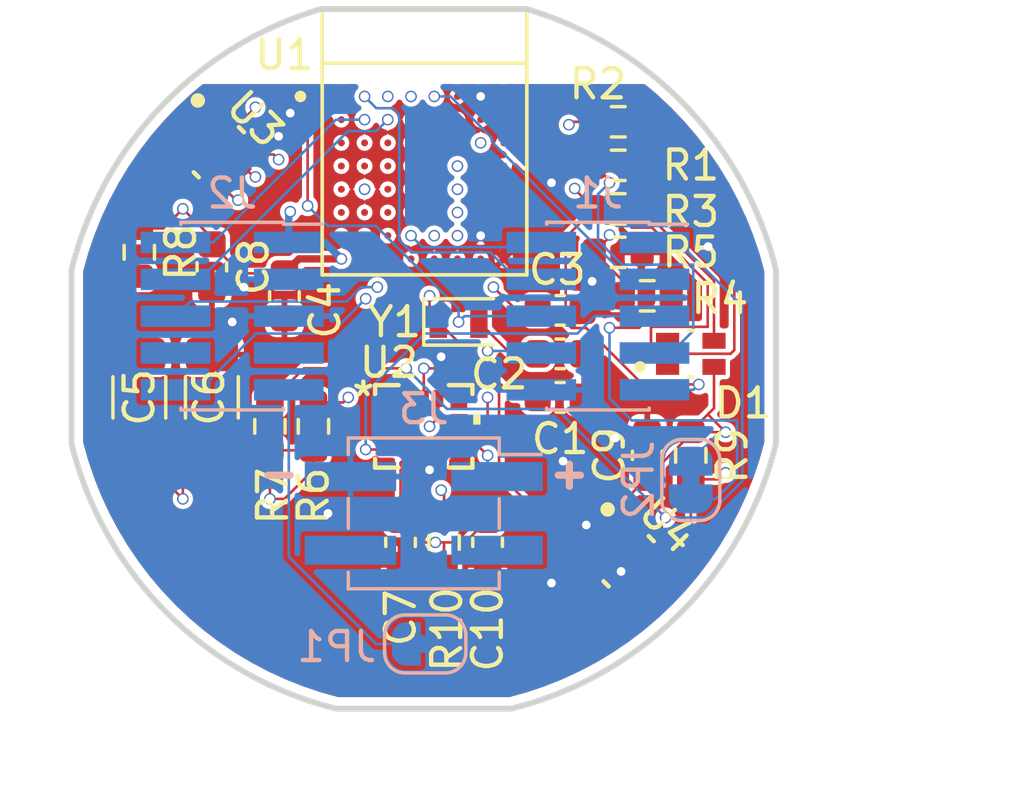
<source format=kicad_pcb>
(kicad_pcb (version 20240108) (generator "pcbnew") (generator_version "8.0")
  (title_block (rev "1"))
  (layers (0 "F.Cu" signal "Front") (1 "In1.Cu" signal) (2 "In2.Cu" signal) (3 "In3.Cu" signal) (4 "In4.Cu" signal) (31 "B.Cu" signal "Back") (34 "B.Paste" user) (35 "F.Paste" user) (36 "B.SilkS" user "B.Silkscreen") (37 "F.SilkS" user "F.Silkscreen") (38 "B.Mask" user) (39 "F.Mask" user) (44 "Edge.Cuts" user))
  (net 0 "")
  (net 1 "GND")
  (net 2 "+3.3V")
  (net 3 "Net-(U1-P0.00{slash}XL1)")
  (net 4 "Net-(U1-P0.01{slash}XL2)")
  (net 5 "RESET")
  (net 6 "SWDCLK")
  (net 7 "SWO")
  (net 8 "SWDIO")
  (net 9 "Net-(J2-Pin_9)")
  (net 12 "Net-(JP2-A)")
  (net 13 "OPT4001_INT1")
  (net 14 "SCL")
  (net 15 "SDA")
  (net 16 "Net-(U2-CS)")
  (net 17 "OPT4001_INT2")
  (net 18 "BATT_MEASURE")
  (net 19 "IMU_INT2")
  (net 21 "IMU_INT1")
  (net 65 "Net-(D1-BK)")
  (net 66 "Net-(D1-GK)")
  (net 67 "Net-(D1-RK)")
  (net 68 "STATUS_LED_R")
  (net 69 "STATUS_LED_G")
  (net 70 "STATUS_LED_B")
  (footprint "Resistor_SMD:R_0603_1608Metric" (layer "F.Cu") (at 53 43 90)
    (property "Reference" "R6")
    (property "Value" "10k")
  )
  (footprint "anichno:OPT4001" (layer "F.Cu") (at 49.739999 33.550001 -45)
    (property "Reference" "U3")
    (property "Value" "OPT4001DTSR")
  )
  (footprint "anichno:LSM6DSOXTR" (layer "F.Cu") (at 56.8 43)
    (property "Reference" "U2")
    (property "Value" "LSM6DSOXTR")
  )
  (footprint "Resistor_SMD:R_0603_1608Metric" (layer "F.Cu") (at 63.5 35.5)
    (property "Reference" "R3")
    (property "Value" "1k")
  )
  (footprint "Resistor_SMD:R_0603_1608Metric" (layer "F.Cu") (at 64.5 38.5 180)
    (property "Reference" "R4")
    (property "Value" "800k")
  )
  (footprint "Capacitor_SMD:C_0603_1608Metric" (layer "F.Cu") (at 49.5 37.5 -90)
    (property "Reference" "C8")
    (property "Value" "0.1uF")
  )
  (footprint "Capacitor_SMD:C_0603_1608Metric" (layer "F.Cu") (at 56 47 -90)
    (property "Reference" "C7")
    (property "Value" "0.1uF")
  )
  (footprint "Capacitor_SMD:C_0603_1608Metric" (layer "F.Cu") (at 61.5 40.5 180)
    (property "Reference" "C2")
    (property "Value" "12pF")
  )
  (footprint "Capacitor_SMD:C_0603_1608Metric" (layer "F.Cu") (at 64.5 44 90)
    (property "Reference" "C9")
    (property "Value" "0.1uF")
  )
  (footprint "anichno:MODULE_BC840" (layer "F.Cu") (at 56.826166 33.175861)
    (property "Reference" "U1")
    (property "Value" "BC840")
  )
  (footprint "Resistor_SMD:R_0603_1608Metric" (layer "F.Cu") (at 63.5 34)
    (property "Reference" "R1")
    (property "Value" "1k")
  )
  (footprint "Resistor_SMD:R_0603_1608Metric" (layer "F.Cu") (at 47 37 -90)
    (property "Reference" "R8")
    (property "Value" "10k")
  )
  (footprint "Resistor_SMD:R_0603_1608Metric" (layer "F.Cu") (at 66 44 -90)
    (property "Reference" "R9")
    (property "Value" "10k")
  )
  (footprint "anichno:OPT4001" (layer "F.Cu") (at 63.860001 47.649999 -45)
    (property "Reference" "U4")
    (property "Value" "OPT4001DTSR")
  )
  (footprint "Resistor_SMD:R_0603_1608Metric" (layer "F.Cu") (at 57.5 47 90)
    (property "Reference" "R10")
    (property "Value" "10k")
  )
  (footprint "anichno:LED_19-237_R6GHBHC-A01_2T" (layer "F.Cu") (at 66 40.5)
    (property "Reference" "D1")
    (property "Value" "Status LED")
  )
  (footprint "Crystal:Crystal_SMD_2012-2Pin_2.0x1.2mm" (layer "F.Cu") (at 58 39.4)
    (property "Reference" "Y1")
    (property "Value" "32.768KHz")
  )
  (footprint "Capacitor_SMD:C_0603_1608Metric" (layer "F.Cu") (at 61.5 42 180)
    (property "Reference" "C1")
    (property "Value" "12pF")
  )
  (footprint "Capacitor_SMD:C_1206_3216Metric" (layer "F.Cu") (at 49.5 42 90)
    (property "Reference" "C6")
    (property "Value" "100 uF")
  )
  (footprint "Capacitor_SMD:C_1206_3216Metric" (layer "F.Cu") (at 47 42 90)
    (property "Reference" "C5")
    (property "Value" "100 uF")
  )
  (footprint "Resistor_SMD:R_0603_1608Metric" (layer "F.Cu") (at 51.5 43 90)
    (property "Reference" "R7")
    (property "Value" "10k")
  )
  (footprint "Resistor_SMD:R_0603_1608Metric" (layer "F.Cu") (at 63.5 37)
    (property "Reference" "R5")
    (property "Value" "800k")
  )
  (footprint "Resistor_SMD:R_0603_1608Metric" (layer "F.Cu") (at 63.5 32.5)
    (property "Reference" "R2")
    (property "Value" "1k")
  )
  (footprint "Capacitor_SMD:C_0603_1608Metric" (layer "F.Cu") (at 52 38.5 -90)
    (property "Reference" "C4")
    (property "Value" "4.7uF")
  )
  (footprint "Capacitor_SMD:C_0603_1608Metric" (layer "F.Cu") (at 59 47 -90)
    (property "Reference" "C10")
    (property "Value" "0.1uF")
  )
  (footprint "Capacitor_SMD:C_0603_1608Metric" (layer "F.Cu") (at 61.5 39)
    (property "Reference" "C3")
    (property "Value" "4.7uF")
  )
  (footprint "Connector_PinHeader_1.27mm:PinHeader_2x05_P1.27mm_Vertical_SMD" (layer "B.Cu") (at 62.8 39.2 180)
    (property "Reference" "J1")
    (property "Value" "Micro Bypass Header")
  )
  (footprint "Jumper:SolderJumper-2_P1.3mm_Bridged_RoundedPad1.0x1.5mm" (layer "B.Cu") (at 66 44.85 90)
    (property "Reference" "JP2")
    (property "Value" "DISABLE_BATT_MEASURE")
  )
  (footprint "Connector_PinHeader_2.54mm:PinHeader_2x02_P2.54mm_Vertical_SMD" (layer "B.Cu") (at 56.8 46 180)
    (property "Reference" "J3")
    (property "Value" "Ext Pwr")
  )
  (footprint "Connector_PinHeader_1.27mm:PinHeader_2x05_P1.27mm_Vertical_SMD" (layer "B.Cu") (at 50.2 39.2 180)
    (property "Reference" "J2")
    (property "Value" "Debug Header")
  )
  (footprint "Jumper:SolderJumper-2_P1.3mm_Bridged_RoundedPad1.0x1.5mm" (layer "B.Cu") (at 56.85 50.5 180)
    (property "Reference" "JP1")
    (property "Value" "GND_DETECT")
  )
  (gr_line (start 53.250005 28.614691) (end 60.350001 28.614691) (stroke (width 0.2)) (layer "Edge.Cuts"))
  (gr_arc (start 44.665344 37.599999) (mid 47.761969 31.964956) (end 53.250005 28.614693) (stroke (width 0.2)) (layer "Edge.Cuts"))
  (gr_arc (start 60.350001 28.614691) (mid 65.838039 31.964953) (end 68.934666 37.599998) (stroke (width 0.2)) (layer "Edge.Cuts"))
  (gr_line (start 44.665344 37.599999) (end 44.665344 43.599992) (stroke (width 0.2)) (layer "Edge.Cuts"))
  (gr_arc (start 53.800007 52.734656) (mid 47.96117 49.43883) (end 44.665344 43.599992) (stroke (width 0.2)) (layer "Edge.Cuts"))
  (gr_line (start 53.800007 52.734656) (end 59.800002 52.734656) (stroke (width 0.2)) (layer "Edge.Cuts"))
  (gr_arc (start 68.934666 43.599993) (mid 65.638839 49.43883) (end 59.800002 52.734656) (stroke (width 0.2)) (layer "Edge.Cuts"))
  (gr_line (start 68.934666 43.599993) (end 68.934666 37.599998) (stroke (width 0.2)) (layer "Edge.Cuts"))
  (gr_text "-" (at 52.6 45.2 0) (layer "B.SilkS") (effects (font (size 1 1) (thickness 0.25) (bold yes)) (justify left bottom mirror)))
  (gr_text "+" (at 62.6 45.2 0) (layer "B.SilkS") (effects (font (size 1 1) (thickness 0.25) (bold yes)) (justify left bottom mirror)))
  (segment (start 64.21 37.115) (end 64.21 38.919304) (width 0.09) (layer "F.Cu") (net 1))
  (segment (start 64.21 38.919304) (end 64.019304 39.11) (width 0.09) (layer "F.Cu") (net 1))
  (segment (start 63.6 47.036445) (end 63.6 48) (width 0.09) (layer "F.Cu") (net 1))
  (segment (start 62.721558 47.572217) (end 63.149341 48) (width 0.09) (layer "F.Cu") (net 1))
  (segment (start 62.4 47.250659) (end 62.4 46.4) (width 0.09) (layer "F.Cu") (net 1))
  (segment (start 62.275 38.325) (end 62.6 38) (width 0.09) (layer "F.Cu") (net 1))
  (segment (start 58.761166 36.425861) (end 59.561166 36.425861) (width 0.254) (layer "F.Cu") (net 1))
  (segment (start 62.385 39.11) (end 62.275 39) (width 0.09) (layer "F.Cu") (net 1))
  (segment (start 49.743551 33.2) (end 50 33.2) (width 0.09) (layer "F.Cu") (net 1))
  (segment (start 55.96799 43.25) (end 56.214 43.49601) (width 0.09) (layer "F.Cu") (net 1))
  (segment (start 59.561166 34.825861) (end 60.974139 34.825861) (width 0.254) (layer "F.Cu") (net 1))
  (segment (start 64.325 37) (end 64.21 37.115) (width 0.09) (layer "F.Cu") (net 1))
  (segment (start 62.721558 47.572217) (end 62.4 47.250659) (width 0.09) (layer "F.Cu") (net 1))
  (segment (start 59.561166 35.625861) (end 59.561166 36.425861) (width 0.254) (layer "F.Cu") (net 1))
  (segment (start 63.428665 46.86511) (end 63.6 47.036445) (width 0.09) (layer "F.Cu") (net 1))
  (segment (start 58.761166 36.425861) (end 58.761166 35.625861) (width 0.254) (layer "F.Cu") (net 1))
  (segment (start 64.019304 39.11) (end 62.385 39.11) (width 0.09) (layer "F.Cu") (net 1))
  (segment (start 62.275 39) (end 62.275 38.325) (width 0.09) (layer "F.Cu") (net 1))
  (segment (start 48.743551 32.2) (end 48.6 32.2) (width 0.09) (layer "F.Cu") (net 1))
  (segment (start 56.8 43.57801) (end 56.8 43.9563) (width 0.09) (layer "F.Cu") (net 1))
  (segment (start 59.561166 35.625861) (end 59.561166 34.825861) (width 0.254) (layer "F.Cu") (net 1))
  (segment (start 56.8 44.3) (end 57 44.5) (width 0.09) (layer "F.Cu") (net 1))
  (segment (start 62.963555 46.4) (end 62.4 46.4) (width 0.09) (layer "F.Cu") (net 1))
  (segment (start 56.718 43.49601) (end 56.8 43.57801) (width 0.09) (layer "F.Cu") (net 1))
  (segment (start 60.974139 34.825861) (end 61.2 34.6) (width 0.254) (layer "F.Cu") (net 1))
  (segment (start 59.561166 36.425861) (end 59.561166 37.225861) (width 0.254) (layer "F.Cu") (net 1))
  (segment (start 56.214 43.49601) (end 56.718 43.49601) (width 0.09) (layer "F.Cu") (net 1))
  (segment (start 58.761166 34.825861) (end 59.561166 34.825861) (width 0.254) (layer "F.Cu") (net 1))
  (segment (start 63.428665 46.86511) (end 62.963555 46.4) (width 0.09) (layer "F.Cu") (net 1))
  (segment (start 49.308663 32.765112) (end 49.743551 33.2) (width 0.09) (layer "F.Cu") (net 1))
  (segment (start 56.8 43.9563) (end 56.8 44.3) (width 0.09) (layer "F.Cu") (net 1))
  (segment (start 57.299999 44.200001) (end 57 44.5) (width 0.09) (layer "F.Cu") (net 1))
  (segment (start 63.149341 48) (end 63.6 48) (width 0.09) (layer "F.Cu") (net 1))
  (segment (start 57.299999 43.9563) (end 57.299999 44.200001) (width 0.09) (layer "F.Cu") (net 1))
  (segment (start 59.561166 35.625861) (end 58.761166 35.625861) (width 0.254) (layer "F.Cu") (net 1))
  (segment (start 58.761166 34.825861) (end 58.761166 35.625861) (width 0.254) (layer "F.Cu") (net 1))
  (segment (start 62.275 40.5) (end 62.275 42) (width 0.09) (layer "F.Cu") (net 1))
  (segment (start 55.5897 43.25) (end 55.96799 43.25) (width 0.09) (layer "F.Cu") (net 1))
  (segment (start 48.743551 32.2) (end 49.308663 32.765112) (width 0.09) (layer "F.Cu") (net 1))
  (via (at 50.6 38.2) (size 0.4) (drill 0.3) (layers "F.Cu" "B.Cu") (net 1))
  (via (at 57.4 40.6) (size 0.4) (drill 0.3) (layers "F.Cu" "B.Cu") (net 1))
  (via (at 63.4 43.4) (size 0.4) (drill 0.3) (layers "F.Cu" "B.Cu") (net 1))
  (via (at 51.8 33) (size 0.4) (drill 0.3) (layers "F.Cu" "B.Cu") (net 1))
  (via (at 63.6 48) (size 0.4) (drill 0.3) (layers "F.Cu" "B.Cu") (net 1))
  (via (at 52.2 32.2) (size 0.4) (drill 0.3) (layers "F.Cu" "B.Cu") (net 1))
  (via (at 62.6 38) (size 0.4) (drill 0.3) (layers "F.Cu" "B.Cu") (net 1))
  (via (at 50.2 39.4) (size 0.4) (drill 0.3) (layers "F.Cu" "B.Cu") (net 1))
  (via (at 61.6 44.2) (size 0.4) (drill 0.3) (layers "F.Cu" "B.Cu") (net 1))
  (via (at 58.761166 31.625861) (size 0.4) (drill 0.3) (layers "F.Cu" "B.Cu") (net 1))
  (via (at 58.761166 36.425861) (size 0.4) (drill 0.3) (layers "F.Cu" "B.Cu") (net 1))
  (via (at 61.2 48.4) (size 0.4) (drill 0.3) (layers "F.Cu" "B.Cu") (net 1))
  (via (at 66.6 36.8) (size 0.4) (drill 0.3) (layers "F.Cu" "B.Cu") (net 1))
  (via (at 62.4 46.4) (size 0.4) (drill 0.3) (layers "F.Cu" "B.Cu") (net 1))
  (via (at 57 44.5) (size 0.4) (drill 0.3) (layers "F.Cu" "B.Cu") (net 1))
  (via (at 61.2 34.6) (size 0.4) (drill 0.3) (layers "F.Cu" "B.Cu") (net 1))
  (via (at 53.5 46) (size 0.4) (drill 0.3) (layers "F.Cu" "B.Cu") (net 1))
  (segment (start 66.8 42.375) (end 66.5875 42.5875) (width 0.09) (layer "F.Cu") (net 2))
  (segment (start 47.55 36.725) (end 47 36.175) (width 0.09) (layer "F.Cu") (net 2))
  (segment (start 56 44.256301) (end 56.300001 43.9563) (width 0.09) (layer "F.Cu") (net 2))
  (segment (start 58.0103 43.750001) (end 58.750001 43.750001) (width 0.09) (layer "F.Cu") (net 2))
  (segment (start 48 45) (end 47.5 45) (width 0.09) (layer "F.Cu") (net 2))
  (segment (start 66.8 40.95) (end 66.8 42.375) (width 0.09) (layer "F.Cu") (net 2))
  (segment (start 47 36.175) (end 47.825 36.175) (width 0.09) (layer "F.Cu") (net 2))
  (segment (start 47 43.475) (end 49.5 43.475) (width 0.09) (layer "F.Cu") (net 2))
  (segment (start 48.5 45.5) (end 48 45) (width 0.09) (layer "F.Cu") (net 2))
  (segment (start 63.782219 46.511556) (end 63.782219 45.492781) (width 0.09) (layer "F.Cu") (net 2))
  (segment (start 49.662217 32.411558) (end 50.588442 32.411558) (width 0.09) (layer "F.Cu") (net 2))
  (segment (start 47.5 45) (end 47 44.5) (width 0.09) (layer "F.Cu") (net 2))
  (segment (start 60.725 39) (end 60 39) (width 0.09) (layer "F.Cu") (net 2))
  (segment (start 63.782219 45.492781) (end 64.5 44.775) (width 0.09) (layer "F.Cu") (net 2))
  (segment (start 56 46.225) (end 56.775 47) (width 0.09) (layer "F.Cu") (net 2))
  (segment (start 64.5 44.775) (end 66.075 43.2) (width 0.09) (layer "F.Cu") (net 2))
  (segment (start 49.5 43.475) (end 51.15 43.475) (width 0.09) (layer "F.Cu") (net 2))
  (segment (start 58.750001 43.750001) (end 59 44) (width 0.09) (layer "F.Cu") (net 2))
  (segment (start 52 45.5) (end 53 44.5) (width 0.09) (layer "F.Cu") (net 2))
  (segment (start 57.5 47.825) (end 57.5 47) (width 0.09) (layer "F.Cu") (net 2))
  (segment (start 58.225 47) (end 59 46.225) (width 0.09) (layer "F.Cu") (net 2))
  (segment (start 47 44.5) (end 47 43.475) (width 0.09) (layer "F.Cu") (net 2))
  (segment (start 67.2 43.2) (end 66.5875 42.5875) (width 0.09) (layer "F.Cu") (net 2))
  (segment (start 51.15 43.475) (end 51.5 43.825) (width 0.09) (layer "F.Cu") (net 2))
  (segment (start 49.5 36.725) (end 47.55 36.725) (width 0.09) (layer "F.Cu") (net 2))
  (segment (start 50.588442 32.411558) (end 51 32) (width 0.09) (layer "F.Cu") (net 2))
  (segment (start 56.775 47) (end 57.5 47) (width 0.09) (layer "F.Cu") (net 2))
  (segment (start 53 44.5) (end 53 43.825) (width 0.09) (layer "F.Cu") (net 2))
  (segment (start 60 39) (end 59.2 38.2) (width 0.09) (layer "F.Cu") (net 2))
  (segment (start 51.5 45.5) (end 52 45.5) (width 0.09) (layer "F.Cu") (net 2))
  (segment (start 51.5 45.5) (end 51.5 43.825) (width 0.09) (layer "F.Cu") (net 2))
  (segment (start 56 46.225) (end 56 44.256301) (width 0.09) (layer "F.Cu") (net 2))
  (segment (start 53.961166 37.225861) (end 52.499139 37.225861) (width 0.254) (layer "F.Cu") (net 2))
  (segment (start 52.499139 37.225861) (end 52 37.725) (width 0.254) (layer "F.Cu") (net 2))
  (segment (start 48.5 44.475) (end 49.5 43.475) (width 0.09) (layer "F.Cu") (net 2))
  (segment (start 47.825 36.175) (end 48.5 35.5) (width 0.09) (layer "F.Cu") (net 2))
  (segment (start 48.5 35.5) (end 49.5 36.5) (width 0.09) (layer "F.Cu") (net 2))
  (segment (start 57.5 47) (end 58.225 47) (width 0.09) (layer "F.Cu") (net 2))
  (segment (start 66.5875 42.5875) (end 66 43.175) (width 0.09) (layer "F.Cu") (net 2))
  (segment (start 50.5 37.725) (end 49.5 36.725) (width 0.09) (layer "F.Cu") (net 2))
  (segment (start 51.5 43.825) (end 53 43.825) (width 0.09) (layer "F.Cu") (net 2))
  (segment (start 48.5 45.5) (end 48.5 44.475) (width 0.09) (layer "F.Cu") (net 2))
  (segment (start 66.075 43.2) (end 67.2 43.2) (width 0.09) (layer "F.Cu") (net 2))
  (segment (start 49.5 36.5) (end 49.5 36.725) (width 0.09) (layer "F.Cu") (net 2))
  (segment (start 52 37.725) (end 50.5 37.725) (width 0.09) (layer "F.Cu") (net 2))
  (via (at 51 32) (size 0.4) (drill 0.3) (layers "F.Cu" "B.Cu") (net 2))
  (via (at 57.2 47) (size 0.4) (drill 0.3) (layers "F.Cu" "B.Cu") (net 2))
  (via (at 53.961166 37.225861) (size 0.4) (drill 0.3) (layers "F.Cu" "B.Cu") (net 2))
  (via (at 57.961166 35.625861) (size 0.4) (drill 0.3) (layers "F.Cu" "B.Cu") (net 2))
  (via (at 48.5 45.5) (size 0.4) (drill 0.3) (layers "F.Cu" "B.Cu") (net 2))
  (via (at 59 44) (size 0.4) (drill 0.3) (layers "F.Cu" "B.Cu") (net 2))
  (via (at 52.2 35.6) (size 0.4) (drill 0.3) (layers "F.Cu" "B.Cu") (net 2))
  (via (at 67.2 43.2) (size 0.4) (drill 0.3) (layers "F.Cu" "B.Cu") (net 2))
  (via (at 51.5 45.5) (size 0.4) (drill 0.3) (layers "F.Cu" "B.Cu") (net 2))
  (via (at 48.5 35.5) (size 0.4) (drill 0.3) (layers "F.Cu" "B.Cu") (net 2))
  (via (at 59.2 38.2) (size 0.4) (drill 0.3) (layers "F.Cu" "B.Cu") (net 2))
  (segment (start 53.395305 36.66) (end 53.961166 37.225861) (width 0.254) (layer "B.Cu") (net 2))
  (segment (start 59 44) (end 59 44.405) (width 0.09) (layer "B.Cu") (net 2))
  (segment (start 59.525 44.73) (end 59.525 44.525) (width 0.09) (layer "B.Cu") (net 2))
  (segment (start 52.15 36.66) (end 53.395305 36.66) (width 0.254) (layer "B.Cu") (net 2))
  (segment (start 59 44.405) (end 59.325 44.73) (width 0.09) (layer "B.Cu") (net 2))
  (segment (start 52.15 36.66) (end 52.15 35.65) (width 0.254) (layer "B.Cu") (net 2))
  (segment (start 67 43.2) (end 67.2 43.2) (width 0.09) (layer "B.Cu") (net 2))
  (segment (start 66 44.2) (end 67 43.2) (width 0.09) (layer "B.Cu") (net 2))
  (segment (start 52.15 35.65) (end 52.2 35.6) (width 0.254) (layer "B.Cu") (net 2))
  (segment (start 57.3 39.4) (end 57.3 39.3) (width 0.09) (layer "F.Cu") (net 3))
  (segment (start 60.725 42) (end 59.9 42) (width 0.09) (layer "F.Cu") (net 3))
  (segment (start 59.9 42) (end 57.3 39.4) (width 0.09) (layer "F.Cu") (net 3))
  (segment (start 57.3 39.3) (end 57 39) (width 0.09) (layer "F.Cu") (net 3))
  (segment (start 57 39) (end 57 38.5) (width 0.09) (layer "F.Cu") (net 3))
  (via (at 57.961166 36.425861) (size 0.4) (drill 0.3) (layers "F.Cu" "B.Cu") (net 3))
  (via (at 57 38.5) (size 0.4) (drill 0.3) (layers "F.Cu" "B.Cu") (net 3))
  (segment (start 58.7 37.964695) (end 57.961166 37.225861) (width 0.09) (layer "F.Cu") (net 4))
  (segment (start 59.8 40.5) (end 58.7 39.4) (width 0.09) (layer "F.Cu") (net 4))
  (segment (start 60.725 40.5) (end 59.8 40.5) (width 0.09) (layer "F.Cu") (net 4))
  (segment (start 58.7 39.4) (end 58.7 37.964695) (width 0.09) (layer "F.Cu") (net 4))
  (via (at 54.8 38.6) (size 0.4) (drill 0.3) (layers "F.Cu" "B.Cu") (net 5))
  (via (at 54.761166 34.825861) (size 0.4) (drill 0.3) (layers "F.Cu" "B.Cu") (net 5))
  (segment (start 48.25 41.74) (end 49.08 41.74) (width 0.09) (layer "B.Cu") (net 5))
  (segment (start 49.08 41.74) (end 51.02 39.8) (width 0.09) (layer "B.Cu") (net 5))
  (segment (start 51.02 39.8) (end 53.6 39.8) (width 0.09) (layer "B.Cu") (net 5))
  (segment (start 53.6 39.8) (end 54.8 38.6) (width 0.09) (layer "B.Cu") (net 5))
  (via (at 55.561166 32.425861) (size 0.4) (drill 0.3) (layers "F.Cu" "B.Cu") (net 6))
  (segment (start 48.25 37.93) (end 49.08 37.93) (width 0.09) (layer "B.Cu") (net 6))
  (segment (start 49.08 37.93) (end 54.189139 32.820861) (width 0.09) (layer "B.Cu") (net 6))
  (segment (start 54.189139 32.820861) (end 55.166166 32.820861) (width 0.09) (layer "B.Cu") (net 6))
  (segment (start 55.166166 32.820861) (end 55.561166 32.425861) (width 0.09) (layer "B.Cu") (net 6))
  (via (at 55.2 38.2) (size 0.4) (drill 0.3) (layers "F.Cu" "B.Cu") (net 7))
  (via (at 56.361166 31.625861) (size 0.4) (drill 0.3) (layers "F.Cu" "B.Cu") (net 7))
  (segment (start 48.755 38.695) (end 54.146385 38.695) (width 0.09) (layer "B.Cu") (net 7))
  (segment (start 54.641385 38.2) (end 55.2 38.2) (width 0.09) (layer "B.Cu") (net 7))
  (segment (start 48.25 39.2) (end 48.755 38.695) (width 0.09) (layer "B.Cu") (net 7))
  (segment (start 54.146385 38.695) (end 54.641385 38.2) (width 0.09) (layer "B.Cu") (net 7))
  (via (at 54.761166 32.425861) (size 0.4) (drill 0.3) (layers "F.Cu" "B.Cu") (net 8))
  (segment (start 49.54 36.66) (end 53.774139 32.425861) (width 0.09) (layer "B.Cu") (net 8))
  (segment (start 48.25 36.66) (end 49.54 36.66) (width 0.09) (layer "B.Cu") (net 8))
  (segment (start 53.774139 32.425861) (end 54.761166 32.425861) (width 0.09) (layer "B.Cu") (net 8))
  (segment (start 55.16 50.5) (end 56.2 50.5) (width 0.09) (layer "B.Cu") (net 9))
  (segment (start 52.15 41.74) (end 52.15 47.49) (width 0.09) (layer "B.Cu") (net 9))
  (segment (start 52.15 47.49) (end 55.16 50.5) (width 0.09) (layer "B.Cu") (net 9))
  (segment (start 63.2 39.6) (end 64.225 39.6) (width 0.09) (layer "F.Cu") (net 12))
  (segment (start 64.225 39.6) (end 65.325 38.5) (width 0.09) (layer "F.Cu") (net 12))
  (via (at 63.2 39.6) (size 0.4) (drill 0.3) (layers "F.Cu" "B.Cu") (net 12))
  (segment (start 66 45.5) (end 66.858615 45.5) (width 0.09) (layer "B.Cu") (net 12))
  (segment (start 67.595 42.795) (end 63.965 42.795) (width 0.09) (layer "B.Cu") (net 12))
  (segment (start 66.858615 45.5) (end 67.595 44.763615) (width 0.09) (layer "B.Cu") (net 12))
  (segment (start 63.2 42.03) (end 63.2 39.6) (width 0.09) (layer "B.Cu") (net 12))
  (segment (start 63.965 42.795) (end 63.2 42.03) (width 0.09) (layer "B.Cu") (net 12))
  (segment (start 67.595 44.763615) (end 67.595 42.795) (width 0.09) (layer "B.Cu") (net 12))
  (segment (start 50.524888 33.981337) (end 50.270329 33.726778) (width 0.09) (layer "F.Cu") (net 13))
  (segment (start 49.273222 33.726778) (end 47.397 35.603) (width 0.09) (layer "F.Cu") (net 13))
  (segment (start 46.353 35.815372) (end 46.353 37.178) (width 0.09) (layer "F.Cu") (net 13))
  (segment (start 46.565372 35.603) (end 46.353 35.815372) (width 0.09) (layer "F.Cu") (net 13))
  (segment (start 46.353 37.178) (end 47 37.825) (width 0.09) (layer "F.Cu") (net 13))
  (segment (start 50.270329 33.726778) (end 49.273222 33.726778) (width 0.09) (layer "F.Cu") (net 13))
  (segment (start 47.397 35.603) (end 46.565372 35.603) (width 0.09) (layer "F.Cu") (net 13))
  (segment (start 50.943551 34.4) (end 50.524888 33.981337) (width 0.09) (layer "F.Cu") (net 13))
  (segment (start 51 34.4) (end 50.943551 34.4) (width 0.09) (layer "F.Cu") (net 13))
  (via (at 57.161166 31.625861) (size 0.4) (drill 0.3) (layers "F.Cu" "B.Cu") (net 13))
  (via (at 51 34.4) (size 0.4) (drill 0.3) (layers "F.Cu" "B.Cu") (net 13))
  (segment (start 59.156166 33.062246) (end 57.719781 31.625861) (width 0.09) (layer "B.Cu") (net 13))
  (segment (start 57.719781 31.625861) (end 57.161166 31.625861) (width 0.09) (layer "B.Cu") (net 13))
  (segment (start 59.156166 33.2) (end 59.156166 33.062246) (width 0.09) (layer "B.Cu") (net 13))
  (segment (start 64.75 37.93) (end 64.6 37.93) (width 0.09) (layer "B.Cu") (net 13))
  (segment (start 64.6 37.93) (end 64.4 37.93) (width 0.09) (layer "B.Cu") (net 13))
  (segment (start 64.4 37.93) (end 63.886166 37.93) (width 0.09) (layer "B.Cu") (net 13))
  (segment (start 63.886166 37.93) (end 59.156166 33.2) (width 0.09) (layer "B.Cu") (net 13))
  (segment (start 54.025 42.175) (end 54.2 42) (width 0.09) (layer "F.Cu") (net 14))
  (segment (start 58.558615 41) (end 56.8 41) (width 0.09) (layer "F.Cu") (net 14))
  (segment (start 59.395 44.648711) (end 59.395 41.836385) (width 0.09) (layer "F.Cu") (net 14))
  (segment (start 56.8 41) (end 56.8 42.0437) (width 0.09) (layer "F.Cu") (net 14))
  (segment (start 50.329337 35.2) (end 49.817781 34.688444) (width 0.09) (layer "F.Cu") (net 14))
  (segment (start 63.534731 48.788442) (end 59.395 44.648711) (width 0.09) (layer "F.Cu") (net 14))
  (segment (start 50.4 35.2) (end 50.329337 35.2) (width 0.09) (layer "F.Cu") (net 14))
  (segment (start 53 42.175) (end 54.025 42.175) (width 0.09) (layer "F.Cu") (net 14))
  (segment (start 63.937783 48.788442) (end 63.534731 48.788442) (width 0.09) (layer "F.Cu") (net 14))
  (segment (start 59.395 41.836385) (end 58.558615 41) (width 0.09) (layer "F.Cu") (net 14))
  (via (at 50.4 35.2) (size 0.4) (drill 0.3) (layers "F.Cu" "B.Cu") (net 14))
  (via (at 54.2 42) (size 0.4) (drill 0.3) (layers "F.Cu" "B.Cu") (net 14))
  (via (at 56.361166 36.425861) (size 0.4) (drill 0.3) (layers "F.Cu" "B.Cu") (net 14))
  (via (at 56.8 41) (size 0.4) (drill 0.3) (layers "F.Cu" "B.Cu") (net 14))
  (segment (start 60.85 36.66) (end 60.689139 36.820861) (width 0.09) (layer "B.Cu") (net 14))
  (segment (start 60.689139 36.820861) (end 56.756166 36.820861) (width 0.09) (layer "B.Cu") (net 14))
  (segment (start 56.756166 36.820861) (end 56.361166 36.425861) (width 0.09) (layer "B.Cu") (net 14))
  (segment (start 56.300001 41.500001) (end 56.300001 42.0437) (width 0.09) (layer "F.Cu") (net 15))
  (segment (start 52.675 41) (end 56.2 41) (width 0.09) (layer "F.Cu") (net 15))
  (segment (start 64.998444 47.727781) (end 64.998444 46.279642) (width 0.09) (layer "F.Cu") (net 15))
  (segment (start 56.2 41.4) (end 56.300001 41.500001) (width 0.09) (layer "F.Cu") (net 15))
  (segment (start 51.5 42.175) (end 52.675 41) (width 0.09) (layer "F.Cu") (net 15))
  (segment (start 51.627783 33.627783) (end 50.878442 33.627783) (width 0.09) (layer "F.Cu") (net 15))
  (segment (start 64.998444 46.279642) (end 65.132995 46.145091) (width 0.09) (layer "F.Cu") (net 15))
  (segment (start 51.8 33.8) (end 51.627783 33.627783) (width 0.09) (layer "F.Cu") (net 15))
  (segment (start 56.2 41) (end 56.2 41.4) (width 0.09) (layer "F.Cu") (net 15))
  (via (at 65.132995 46.145091) (size 0.4) (drill 0.3) (layers "F.Cu" "B.Cu") (net 15))
  (via (at 56.2 41) (size 0.4) (drill 0.3) (layers "F.Cu" "B.Cu") (net 15))
  (via (at 57.161166 36.425861) (size 0.4) (drill 0.3) (layers "F.Cu" "B.Cu") (net 15))
  (via (at 51.8 33.8) (size 0.4) (drill 0.3) (layers "F.Cu" "B.Cu") (net 15))
  (segment (start 61.387904 42.4) (end 57.6 42.4) (width 0.09) (layer "B.Cu") (net 15))
  (segment (start 66.51544 46.145091) (end 65.132995 46.145091) (width 0.09) (layer "B.Cu") (net 15))
  (segment (start 65.132995 46.145091) (end 61.387904 42.4) (width 0.09) (layer "B.Cu") (net 15))
  (segment (start 57.6 42.4) (end 56.2 41) (width 0.09) (layer "B.Cu") (net 15))
  (segment (start 64.75 36.66) (end 65.58 36.66) (width 0.09) (layer "B.Cu") (net 15))
  (segment (start 67.775 38.855) (end 67.775 44.885531) (width 0.09) (layer "B.Cu") (net 15))
  (segment (start 65.58 36.66) (end 67.775 38.855) (width 0.09) (layer "B.Cu") (net 15))
  (segment (start 67.775 44.885531) (end 66.51544 46.145091) (width 0.09) (layer "B.Cu") (net 15))
  (segment (start 57.299999 42.700001) (end 57.299999 42.0437) (width 0.09) (layer "F.Cu") (net 16))
  (segment (start 57.5 45.3) (end 57.4 45.2) (width 0.09) (layer "F.Cu") (net 16))
  (segment (start 57.5 46.175) (end 57.5 45.3) (width 0.09) (layer "F.Cu") (net 16))
  (segment (start 57 43) (end 57.299999 42.700001) (width 0.09) (layer "F.Cu") (net 16))
  (via (at 57 43) (size 0.4) (drill 0.3) (layers "F.Cu" "B.Cu") (net 16))
  (via (at 57.4 45.2) (size 0.4) (drill 0.3) (layers "F.Cu" "B.Cu") (net 16))
  (segment (start 67.2 44.6) (end 66.975 44.825) (width 0.09) (layer "F.Cu") (net 17))
  (segment (start 66 44.825) (end 66 47.478587) (width 0.09) (layer "F.Cu") (net 17))
  (segment (start 66.975 44.825) (end 66 44.825) (width 0.09) (layer "F.Cu") (net 17))
  (segment (start 64.899449 48.335894) (end 64.64489 48.081335) (width 0.09) (layer "F.Cu") (net 17))
  (segment (start 65.142693 48.335894) (end 64.899449 48.335894) (width 0.09) (layer "F.Cu") (net 17))
  (segment (start 66 47.478587) (end 65.142693 48.335894) (width 0.09) (layer "F.Cu") (net 17))
  (via (at 54.761166 31.625861) (size 0.4) (drill 0.3) (layers "F.Cu" "B.Cu") (net 17))
  (via (at 67.2 44.6) (size 0.4) (drill 0.3) (layers "F.Cu" "B.Cu") (net 17))
  (segment (start 60.85 37.93) (end 60.02 37.93) (width 0.09) (layer "B.Cu") (net 17))
  (segment (start 55.956166 32.262246) (end 55.724781 32.030861) (width 0.09) (layer "B.Cu") (net 17))
  (segment (start 59.090861 37.000861) (end 56.377551 37.000861) (width 0.09) (layer "B.Cu") (net 17))
  (segment (start 55.724781 32.030861) (end 55.166166 32.030861) (width 0.09) (layer "B.Cu") (net 17))
  (segment (start 55.956166 36.579476) (end 55.956166 32.262246) (width 0.09) (layer "B.Cu") (net 17))
  (segment (start 60.02 37.93) (end 59.090861 37.000861) (width 0.09) (layer "B.Cu") (net 17))
  (segment (start 56.377551 37.000861) (end 55.956166 36.579476) (width 0.09) (layer "B.Cu") (net 17))
  (segment (start 55.166166 32.030861) (end 54.761166 31.625861) (width 0.09) (layer "B.Cu") (net 17))
  (segment (start 63.2 36.475) (end 62.675 37) (width 0.09) (layer "F.Cu") (net 18))
  (segment (start 63.675 38) (end 62.675 37) (width 0.09) (layer "F.Cu") (net 18))
  (segment (start 63.2 36.4) (end 63.2 36.475) (width 0.09) (layer "F.Cu") (net 18))
  (segment (start 63.675 38.5) (end 63.675 38) (width 0.09) (layer "F.Cu") (net 18))
  (via (at 63.2 36.4) (size 0.4) (drill 0.3) (layers "F.Cu" "B.Cu") (net 18))
  (via (at 57.961166 34.825861) (size 0.4) (drill 0.3) (layers "F.Cu" "B.Cu") (net 18))
  (segment (start 53.961166 31.625861) (end 52.8 32.787027) (width 0.09) (layer "F.Cu") (net 19))
  (segment (start 58.38859 43.25) (end 58.0103 43.25) (width 0.09) (layer "F.Cu") (net 19))
  (segment (start 52.8 32.787027) (end 52.8 33.2) (width 0.09) (layer "F.Cu") (net 19))
  (segment (start 59 42.63859) (end 58.38859 43.25) (width 0.09) (layer "F.Cu") (net 19))
  (segment (start 59 42) (end 59 42.63859) (width 0.09) (layer "F.Cu") (net 19))
  (segment (start 52.8 33.2) (end 52.8 35.4) (width 0.09) (layer "F.Cu") (net 19))
  (via (at 58 39.4) (size 0.4) (drill 0.3) (layers "F.Cu" "B.Cu") (net 19))
  (via (at 52.8 35.4) (size 0.4) (drill 0.3) (layers "F.Cu" "B.Cu") (net 19))
  (via (at 59 42) (size 0.4) (drill 0.3) (layers "F.Cu" "B.Cu") (net 19))
  (segment (start 60.85 39.2) (end 58.2 39.2) (width 0.09) (layer "B.Cu") (net 19))
  (segment (start 55.143615 36.085) (end 58 38.941385) (width 0.09) (layer "B.Cu") (net 19))
  (segment (start 58.2 39.2) (end 58 39.4) (width 0.09) (layer "B.Cu") (net 19))
  (segment (start 52.8 35.4) (end 53.485 36.085) (width 0.09) (layer "B.Cu") (net 19))
  (segment (start 53.485 36.085) (end 55.143615 36.085) (width 0.09) (layer "B.Cu") (net 19))
  (segment (start 58 38.941385) (end 58 39.4) (width 0.09) (layer "B.Cu") (net 19))
  (segment (start 54.8 43.8) (end 55.539701 43.8) (width 0.09) (layer "F.Cu") (net 21))
  (segment (start 55.539701 43.8) (end 55.5897 43.750001) (width 0.09) (layer "F.Cu") (net 21))
  (via (at 55.561166 31.625861) (size 0.4) (drill 0.3) (layers "F.Cu" "B.Cu") (net 21))
  (via (at 54.8 43.8) (size 0.4) (drill 0.3) (layers "F.Cu" "B.Cu") (net 21))
  (segment (start 54.8 41.841385) (end 54.8 43.8) (width 0.09) (layer "B.Cu") (net 21))
  (segment (start 62.09 39.8) (end 56.841385 39.8) (width 0.09) (layer "B.Cu") (net 21))
  (segment (start 62.69 39.2) (end 62.09 39.8) (width 0.09) (layer "B.Cu") (net 21))
  (segment (start 56.841385 39.8) (end 54.8 41.841385) (width 0.09) (layer "B.Cu") (net 21))
  (segment (start 64.75 39.2) (end 62.69 39.2) (width 0.09) (layer "B.Cu") (net 21))
  (segment (start 66.8 37.975) (end 64.325 35.5) (width 0.09) (layer "F.Cu") (net 65))
  (segment (start 66.8 40.05) (end 66.8 37.975) (width 0.09) (layer "F.Cu") (net 65))
  (segment (start 65.2 40.05) (end 65.647 40.497) (width 0.09) (layer "F.Cu") (net 66))
  (segment (start 67.5 35.675) (end 64.325 32.5) (width 0.09) (layer "F.Cu") (net 66))
  (segment (start 65.647 40.497) (end 67.372 40.497) (width 0.09) (layer "F.Cu") (net 66))
  (segment (start 67.5 40.369) (end 67.5 35.675) (width 0.09) (layer "F.Cu") (net 66))
  (segment (start 67.372 40.497) (end 67.5 40.369) (width 0.09) (layer "F.Cu") (net 66))
  (segment (start 64.664 39.567) (end 66.583 39.567) (width 0.09) (layer "F.Cu") (net 67))
  (segment (start 65.2 40.95) (end 65.081 40.95) (width 0.09) (layer "F.Cu") (net 67))
  (segment (start 66.583 38.064884) (end 64.665116 36.147) (width 0.09) (layer "F.Cu") (net 67))
  (segment (start 64.628 39.603) (end 64.664 39.567) (width 0.09) (layer "F.Cu") (net 67))
  (segment (start 65.081 40.95) (end 64.628 40.497) (width 0.09) (layer "F.Cu") (net 67))
  (segment (start 63.753 35.934628) (end 63.753 34.572) (width 0.09) (layer "F.Cu") (net 67))
  (segment (start 63.753 34.572) (end 64.325 34) (width 0.09) (layer "F.Cu") (net 67))
  (segment (start 64.665116 36.147) (end 63.965372 36.147) (width 0.09) (layer "F.Cu") (net 67))
  (segment (start 66.583 39.567) (end 66.583 38.064884) (width 0.09) (layer "F.Cu") (net 67))
  (segment (start 64.628 40.497) (end 64.628 39.603) (width 0.09) (layer "F.Cu") (net 67))
  (segment (start 63.965372 36.147) (end 63.753 35.934628) (width 0.09) (layer "F.Cu") (net 67))
  (segment (start 60.335305 34) (end 59.561166 33.225861) (width 0.09) (layer "F.Cu") (net 68))
  (segment (start 63.2 34.6) (end 63.2 34.525) (width 0.09) (layer "F.Cu") (net 68))
  (segment (start 62.675 34) (end 60.335305 34) (width 0.09) (layer "F.Cu") (net 68))
  (segment (start 63.2 34.525) (end 62.675 34) (width 0.09) (layer "F.Cu") (net 68))
  (via (at 63.2 34.6) (size 0.4) (drill 0.3) (layers "F.Cu" "B.Cu") (net 68))
  (segment (start 62.805 36.594276) (end 62.805 34.995) (width 0.09) (layer "B.Cu") (net 68))
  (segment (start 64.75 40.47) (end 65.32 40.47) (width 0.09) (layer "B.Cu") (net 68))
  (segment (start 66.085 37.425) (end 63.635724 37.425) (width 0.09) (layer "B.Cu") (net 68))
  (segment (start 62.805 34.995) (end 63.2 34.6) (width 0.09) (layer "B.Cu") (net 68))
  (segment (start 63.635724 37.425) (end 62.805 36.594276) (width 0.09) (layer "B.Cu") (net 68))
  (segment (start 66.085 39.705) (end 66.085 37.425) (width 0.09) (layer "B.Cu") (net 68))
  (segment (start 65.32 40.47) (end 66.085 39.705) (width 0.09) (layer "B.Cu") (net 68))
  (segment (start 61.9 32.5) (end 62.675 32.5) (width 0.09) (layer "F.Cu") (net 69))
  (segment (start 61.8 32.6) (end 61.9 32.5) (width 0.09) (layer "F.Cu") (net 69))
  (via (at 59 40.4) (size 0.4) (drill 0.3) (layers "F.Cu" "B.Cu") (net 69))
  (via (at 61.8 32.6) (size 0.4) (drill 0.3) (layers "F.Cu" "B.Cu") (net 69))
  (via (at 58.761166 33.225861) (size 0.4) (drill 0.3) (layers "F.Cu" "B.Cu") (net 69))
  (segment (start 60.78 40.4) (end 59 40.4) (width 0.09) (layer "B.Cu") (net 69))
  (segment (start 60.85 40.47) (end 60.78 40.4) (width 0.09) (layer "B.Cu") (net 69))
  (segment (start 62 34.8) (end 62 34.825) (width 0.09) (layer "F.Cu") (net 70))
  (segment (start 61.69 36.485) (end 62.675 35.5) (width 0.09) (layer "F.Cu") (net 70))
  (segment (start 62.4 39.61) (end 61.894648 39.61) (width 0.09) (layer "F.Cu") (net 70))
  (segment (start 64.342784 41.552784) (end 62.4 39.61) (width 0.09) (layer "F.Cu") (net 70))
  (segment (start 62 34.825) (end 62.675 35.5) (width 0.09) (layer "F.Cu") (net 70))
  (segment (start 66.276392 41.552784) (end 64.342784 41.552784) (width 0.09) (layer "F.Cu") (net 70))
  (segment (start 61.69 39.405352) (end 61.69 36.485) (width 0.09) (layer "F.Cu") (net 70))
  (segment (start 61.894648 39.61) (end 61.69 39.405352) (width 0.09) (layer "F.Cu") (net 70))
  (via (at 66.276392 41.552784) (size 0.4) (drill 0.3) (layers "F.Cu" "B.Cu") (net 70))
  (via (at 57.961166 34.025861) (size 0.4) (drill 0.3) (layers "F.Cu" "B.Cu") (net 70))
  (via (at 62 34.8) (size 0.4) (drill 0.3) (layers "F.Cu" "B.Cu") (net 70))
  (segment (start 64.75 41.74) (end 66.089176 41.74) (width 0.09) (layer "B.Cu") (net 70))
  (segment (start 66.089176 41.74) (end 66.276392 41.552784) (width 0.09) (layer "B.Cu") (net 70))
  (zone (net 1) (net_name "GND") (layers "F.Cu" "In2.Cu" "In3.Cu" "In4.Cu" "B.Cu") (name "GND_Zone") (connect_pads (clearance 0.15)) (min_thickness 0.2) (fill yes (thermal_gap 0.2) (thermal_bridge_width 0.2))
    (polygon (pts (xy 42.2 31.2) (xy 72.4 31.2) (xy 72.6 56.2) (xy 42.2 56.2)))
  )
)
</source>
